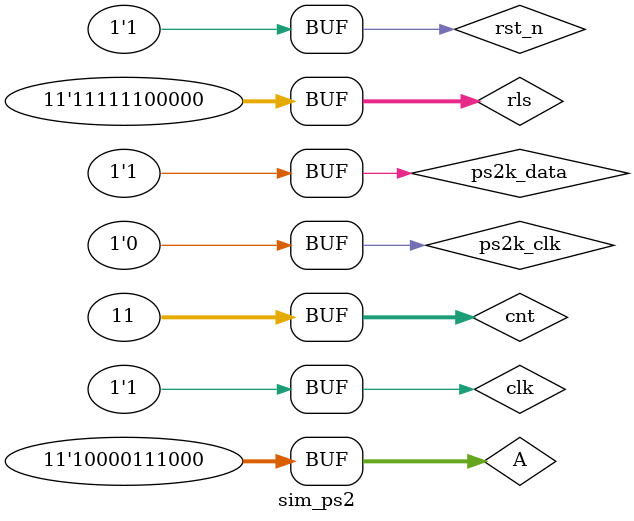
<source format=v>
`timescale 1ns / 1ps


module sim_ps2;

	// Inputs
	reg clk;
	reg rst_n;
	reg ps2k_clk;
	reg ps2k_data;

	// Outputs
	wire rls_out;
	wire done;
	wire xpd_out;
	wire [7:0] data;

	// Instantiate the Unit Under Test (UUT)
	ps2_keyboard_driver uut (
		.clk(clk), 
		.rst_n(rst_n), 
		.ps2k_clk(ps2k_clk), 
		.ps2k_data(ps2k_data), 
		.rls_out(rls_out), 
		.done(done), 
		.xpd_out(xpd_out), 
		.data(data)
	);
	reg [10:0] rls;
	reg [10:0] A;
	integer cnt;
	initial begin
		// Initialize Inputs
		rst_n = 0;
		ps2k_clk = 0;
		ps2k_data = 0;
		rls={1'b1,1'b1,8'hf0,1'b0};
		A={1'b1,1'b0,8'h1c,1'b0};
		cnt=0;
		// Wait 100 ns for global reset to finish
		#100;
		rst_n<=1;
		#20;
      for(cnt=0;cnt<11;cnt=cnt+1)begin
			#80;
			ps2k_clk<=1;
			ps2k_data<=rls[cnt];
			#80;
			ps2k_clk<=0;
		end
		
		for(cnt=0;cnt<11;cnt=cnt+1)begin
			#80;
			ps2k_clk<=1;
			ps2k_data<=A[cnt];
			#80;
			ps2k_clk<=0;
		end
	end
	
	always begin
		clk<=0;
		#10;
		clk<=1;
		#10;
	end
endmodule


</source>
